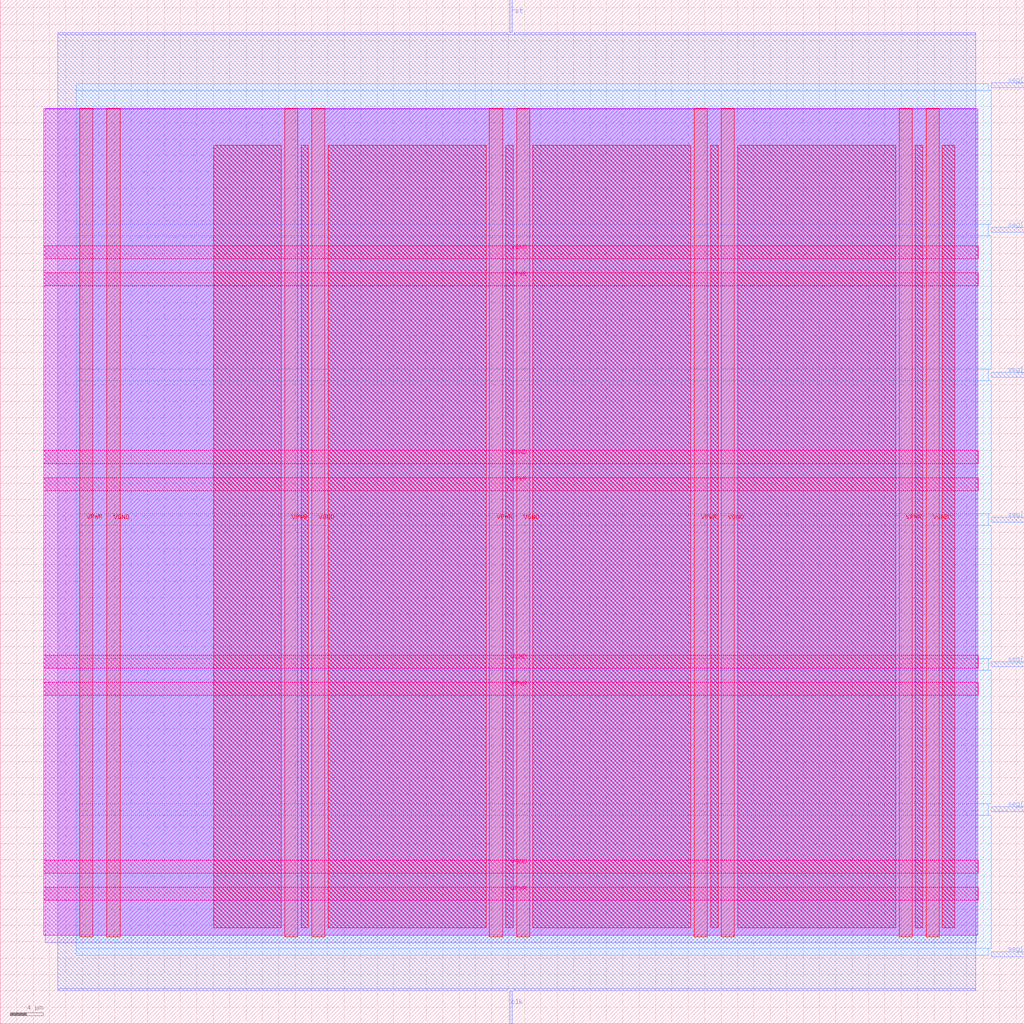
<source format=lef>
VERSION 5.7 ;
  NOWIREEXTENSIONATPIN ON ;
  DIVIDERCHAR "/" ;
  BUSBITCHARS "[]" ;
MACRO counter
  CLASS BLOCK ;
  FOREIGN counter ;
  ORIGIN 0.000 0.000 ;
  SIZE 125.000 BY 125.000 ;
  PIN VGND
    DIRECTION INOUT ;
    USE GROUND ;
    PORT
      LAYER met4 ;
        RECT 13.020 10.640 14.620 111.760 ;
    END
    PORT
      LAYER met4 ;
        RECT 38.020 10.640 39.620 111.760 ;
    END
    PORT
      LAYER met4 ;
        RECT 63.020 10.640 64.620 111.760 ;
    END
    PORT
      LAYER met4 ;
        RECT 88.020 10.640 89.620 111.760 ;
    END
    PORT
      LAYER met4 ;
        RECT 113.020 10.640 114.620 111.760 ;
    END
    PORT
      LAYER met5 ;
        RECT 5.280 18.380 119.380 19.980 ;
    END
    PORT
      LAYER met5 ;
        RECT 5.280 43.380 119.380 44.980 ;
    END
    PORT
      LAYER met5 ;
        RECT 5.280 68.380 119.380 69.980 ;
    END
    PORT
      LAYER met5 ;
        RECT 5.280 93.380 119.380 94.980 ;
    END
  END VGND
  PIN VPWR
    DIRECTION INOUT ;
    USE POWER ;
    PORT
      LAYER met4 ;
        RECT 9.720 10.640 11.320 111.760 ;
    END
    PORT
      LAYER met4 ;
        RECT 34.720 10.640 36.320 111.760 ;
    END
    PORT
      LAYER met4 ;
        RECT 59.720 10.640 61.320 111.760 ;
    END
    PORT
      LAYER met4 ;
        RECT 84.720 10.640 86.320 111.760 ;
    END
    PORT
      LAYER met4 ;
        RECT 109.720 10.640 111.320 111.760 ;
    END
    PORT
      LAYER met5 ;
        RECT 5.280 15.080 119.380 16.680 ;
    END
    PORT
      LAYER met5 ;
        RECT 5.280 40.080 119.380 41.680 ;
    END
    PORT
      LAYER met5 ;
        RECT 5.280 65.080 119.380 66.680 ;
    END
    PORT
      LAYER met5 ;
        RECT 5.280 90.080 119.380 91.680 ;
    END
  END VPWR
  PIN clk
    DIRECTION INPUT ;
    USE SIGNAL ;
    ANTENNAGATEAREA 0.852000 ;
    PORT
      LAYER met2 ;
        RECT 62.190 0.000 62.470 4.000 ;
    END
  END clk
  PIN rst
    DIRECTION INPUT ;
    USE SIGNAL ;
    ANTENNAGATEAREA 0.213000 ;
    PORT
      LAYER met2 ;
        RECT 62.190 121.000 62.470 125.000 ;
    END
  END rst
  PIN seg[0]
    DIRECTION OUTPUT ;
    USE SIGNAL ;
    ANTENNADIFFAREA 0.340600 ;
    PORT
      LAYER met3 ;
        RECT 121.000 114.280 125.000 114.880 ;
    END
  END seg[0]
  PIN seg[1]
    DIRECTION OUTPUT ;
    USE SIGNAL ;
    ANTENNADIFFAREA 0.340600 ;
    PORT
      LAYER met3 ;
        RECT 121.000 96.600 125.000 97.200 ;
    END
  END seg[1]
  PIN seg[2]
    DIRECTION OUTPUT ;
    USE SIGNAL ;
    ANTENNADIFFAREA 0.340600 ;
    PORT
      LAYER met3 ;
        RECT 121.000 78.920 125.000 79.520 ;
    END
  END seg[2]
  PIN seg[3]
    DIRECTION OUTPUT ;
    USE SIGNAL ;
    ANTENNADIFFAREA 0.340600 ;
    PORT
      LAYER met3 ;
        RECT 121.000 61.240 125.000 61.840 ;
    END
  END seg[3]
  PIN seg[4]
    DIRECTION OUTPUT ;
    USE SIGNAL ;
    ANTENNADIFFAREA 0.340600 ;
    PORT
      LAYER met3 ;
        RECT 121.000 43.560 125.000 44.160 ;
    END
  END seg[4]
  PIN seg[5]
    DIRECTION OUTPUT ;
    USE SIGNAL ;
    ANTENNADIFFAREA 0.340600 ;
    PORT
      LAYER met3 ;
        RECT 121.000 25.880 125.000 26.480 ;
    END
  END seg[5]
  PIN seg[6]
    DIRECTION OUTPUT ;
    USE SIGNAL ;
    ANTENNADIFFAREA 0.340600 ;
    PORT
      LAYER met3 ;
        RECT 121.000 8.200 125.000 8.800 ;
    END
  END seg[6]
  OBS
      LAYER nwell ;
        RECT 5.330 10.795 119.330 111.710 ;
      LAYER li1 ;
        RECT 5.520 10.795 119.140 111.605 ;
      LAYER met1 ;
        RECT 5.520 9.900 119.140 111.760 ;
      LAYER met2 ;
        RECT 7.000 120.720 61.910 121.000 ;
        RECT 62.750 120.720 119.050 121.000 ;
        RECT 7.000 4.280 119.050 120.720 ;
        RECT 7.000 4.000 61.910 4.280 ;
        RECT 62.750 4.000 119.050 4.280 ;
      LAYER met3 ;
        RECT 9.265 113.880 120.600 114.745 ;
        RECT 9.265 97.600 121.000 113.880 ;
        RECT 9.265 96.200 120.600 97.600 ;
        RECT 9.265 79.920 121.000 96.200 ;
        RECT 9.265 78.520 120.600 79.920 ;
        RECT 9.265 62.240 121.000 78.520 ;
        RECT 9.265 60.840 120.600 62.240 ;
        RECT 9.265 44.560 121.000 60.840 ;
        RECT 9.265 43.160 120.600 44.560 ;
        RECT 9.265 26.880 121.000 43.160 ;
        RECT 9.265 25.480 120.600 26.880 ;
        RECT 9.265 9.200 121.000 25.480 ;
        RECT 9.265 8.335 120.600 9.200 ;
      LAYER met4 ;
        RECT 26.055 11.735 34.320 107.265 ;
        RECT 36.720 11.735 37.620 107.265 ;
        RECT 40.020 11.735 59.320 107.265 ;
        RECT 61.720 11.735 62.620 107.265 ;
        RECT 65.020 11.735 84.320 107.265 ;
        RECT 86.720 11.735 87.620 107.265 ;
        RECT 90.020 11.735 109.320 107.265 ;
        RECT 111.720 11.735 112.620 107.265 ;
        RECT 115.020 11.735 116.545 107.265 ;
  END
END counter
END LIBRARY


</source>
